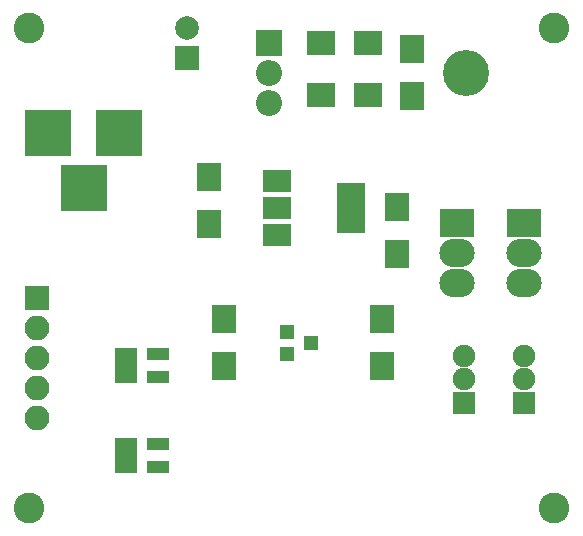
<source format=gbr>
G04 #@! TF.FileFunction,Soldermask,Bot*
%FSLAX46Y46*%
G04 Gerber Fmt 4.6, Leading zero omitted, Abs format (unit mm)*
G04 Created by KiCad (PCBNEW 4.0.7) date 03/19/18 08:58:31*
%MOMM*%
%LPD*%
G01*
G04 APERTURE LIST*
%ADD10C,0.100000*%
%ADD11C,2.600000*%
%ADD12R,2.000000X2.400000*%
%ADD13R,2.000000X2.000000*%
%ADD14C,2.000000*%
%ADD15R,2.400000X2.000000*%
%ADD16R,3.900000X3.900000*%
%ADD17R,2.400000X2.100000*%
%ADD18R,2.100000X2.400000*%
%ADD19O,3.900000X3.900000*%
%ADD20R,2.200000X2.200000*%
%ADD21O,2.200000X2.200000*%
%ADD22R,1.900000X1.900000*%
%ADD23C,1.900000*%
%ADD24R,3.000000X2.400000*%
%ADD25O,3.000000X2.400000*%
%ADD26R,2.400000X4.200000*%
%ADD27R,2.400000X1.900000*%
%ADD28R,2.100000X2.100000*%
%ADD29O,2.100000X2.100000*%
%ADD30R,1.960000X1.050000*%
%ADD31R,1.300000X1.200000*%
G04 APERTURE END LIST*
D10*
D11*
X97790000Y-16510000D03*
X53340000Y-57150000D03*
X97790000Y-57150000D03*
D12*
X68580000Y-29115000D03*
X68580000Y-33115000D03*
D13*
X66675000Y-19050000D03*
D14*
X66675000Y-16550000D03*
D12*
X84455000Y-31655000D03*
X84455000Y-35655000D03*
D15*
X78010000Y-22225000D03*
X82010000Y-22225000D03*
D16*
X60960000Y-25400000D03*
X54960000Y-25400000D03*
X57960000Y-30100000D03*
D17*
X78010000Y-17780000D03*
X82010000Y-17780000D03*
D18*
X85725000Y-18320000D03*
X85725000Y-22320000D03*
X83185000Y-41180000D03*
X83185000Y-45180000D03*
X69850000Y-41180000D03*
X69850000Y-45180000D03*
D19*
X90320000Y-20320000D03*
D20*
X73660000Y-17780000D03*
D21*
X73660000Y-20320000D03*
X73660000Y-22860000D03*
D22*
X95250000Y-48260000D03*
D23*
X95250000Y-46260000D03*
X95250000Y-44260000D03*
D24*
X95250000Y-33020000D03*
D25*
X95250000Y-35560000D03*
X95250000Y-38100000D03*
D26*
X80620000Y-31750000D03*
D27*
X74320000Y-31750000D03*
X74320000Y-29450000D03*
X74320000Y-34050000D03*
D28*
X53975000Y-39370000D03*
D29*
X53975000Y-41910000D03*
X53975000Y-44450000D03*
X53975000Y-46990000D03*
X53975000Y-49530000D03*
D11*
X53340000Y-16510000D03*
D22*
X90170000Y-48260000D03*
D23*
X90170000Y-46260000D03*
X90170000Y-44260000D03*
D24*
X89535000Y-33020000D03*
D25*
X89535000Y-35560000D03*
X89535000Y-38100000D03*
D30*
X61515000Y-46035000D03*
X61515000Y-45085000D03*
X61515000Y-44135000D03*
X64215000Y-44135000D03*
X64215000Y-46035000D03*
X61515000Y-53655000D03*
X61515000Y-52705000D03*
X61515000Y-51755000D03*
X64215000Y-51755000D03*
X64215000Y-53655000D03*
D31*
X75200000Y-44130000D03*
X75200000Y-42230000D03*
X77200000Y-43180000D03*
M02*

</source>
